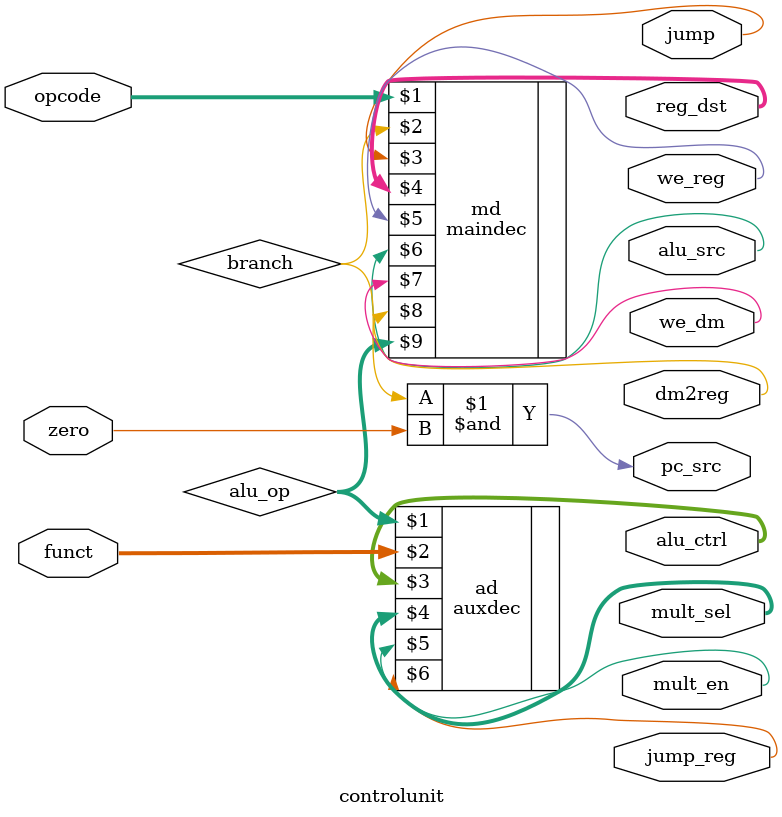
<source format=v>
module controlunit
(input zero, input [5:0] opcode, input [5:0] funct, 
output pc_src, output jump, output we_reg, output alu_src, output we_dm, output dm2reg, 
output mult_en, output jump_reg, output [1:0] reg_dst, output [1:0] mult_sel, output [2:0] alu_ctrl);
    wire [1:0] alu_op;
    wire branch;
    maindec md (opcode, branch, jump, reg_dst, we_reg, alu_src, we_dm, dm2reg, alu_op);
    auxdec  ad (alu_op, funct, alu_ctrl, mult_sel, mult_en, jump_reg);
    assign pc_src = branch & zero;
endmodule
</source>
